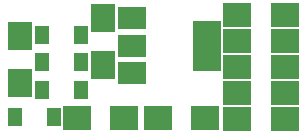
<source format=gbr>
G04 #@! TF.FileFunction,Soldermask,Top*
%FSLAX46Y46*%
G04 Gerber Fmt 4.6, Leading zero omitted, Abs format (unit mm)*
G04 Created by KiCad (PCBNEW 4.0.2-stable) date 3/28/2018 10:44:59 PM*
%MOMM*%
G01*
G04 APERTURE LIST*
%ADD10C,0.100000*%
%ADD11R,2.400000X4.200000*%
%ADD12R,2.400000X1.900000*%
%ADD13R,2.400000X2.000000*%
%ADD14R,2.000000X2.400000*%
%ADD15R,1.300000X1.600000*%
%ADD16R,2.100000X2.400000*%
%ADD17R,2.400000X2.100000*%
G04 APERTURE END LIST*
D10*
D11*
X207035800Y-114706400D03*
D12*
X200735800Y-114706400D03*
X200735800Y-117006400D03*
X200735800Y-112406400D03*
D13*
X196069200Y-120853200D03*
X200069200Y-120853200D03*
D14*
X198272400Y-112350800D03*
X198272400Y-116350800D03*
D13*
X206876400Y-120853200D03*
X202876400Y-120853200D03*
X209632800Y-120916700D03*
X213632800Y-120916700D03*
D15*
X194105800Y-120751600D03*
X190805800Y-120751600D03*
X196366400Y-113842800D03*
X193066400Y-113842800D03*
X196366400Y-118440200D03*
X193066400Y-118440200D03*
X196366400Y-116128800D03*
X193066400Y-116128800D03*
D16*
X191262000Y-113900200D03*
X191262000Y-117900200D03*
D17*
X213632800Y-112128300D03*
X209632800Y-112128300D03*
X213632800Y-114338100D03*
X209632800Y-114338100D03*
X213632800Y-116547900D03*
X209632800Y-116547900D03*
X213632800Y-118757700D03*
X209632800Y-118757700D03*
M02*

</source>
